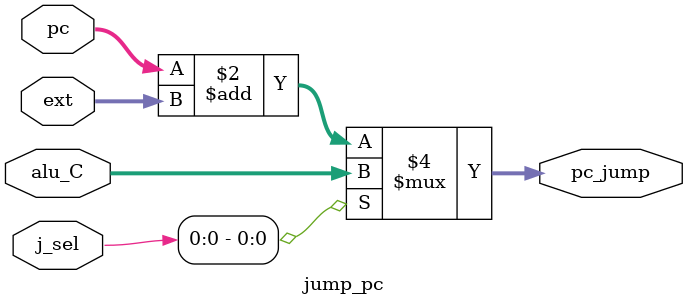
<source format=v>
`timescale 1ns / 1ps

module jump_pc(
    input [31:0] ext,
    input [31:0] pc,
    input [1:0] j_sel,
    output reg [31:0] pc_jump,
    input [31:0] alu_C
    );
    always@ (*) begin
        if (j_sel[0])
            pc_jump = alu_C;
        else 
            pc_jump = pc + ext; 
    end
endmodule

</source>
